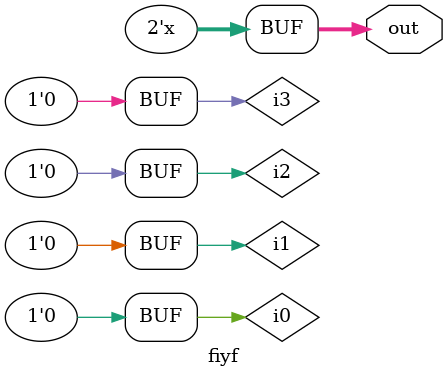
<source format=v>
module fiyf(

  output reg[1:0] out
);
reg i0,i1,i2,i3;
initial begin
i0=0;i1=0;i2=0;i3=0;
if(i3==1)
        out=3;
else if(i2==1)
        out=2;
else if(i1==1)
        out=1;
else if(i0==1)
        out=0;
    

        
end
endmodule

</source>
